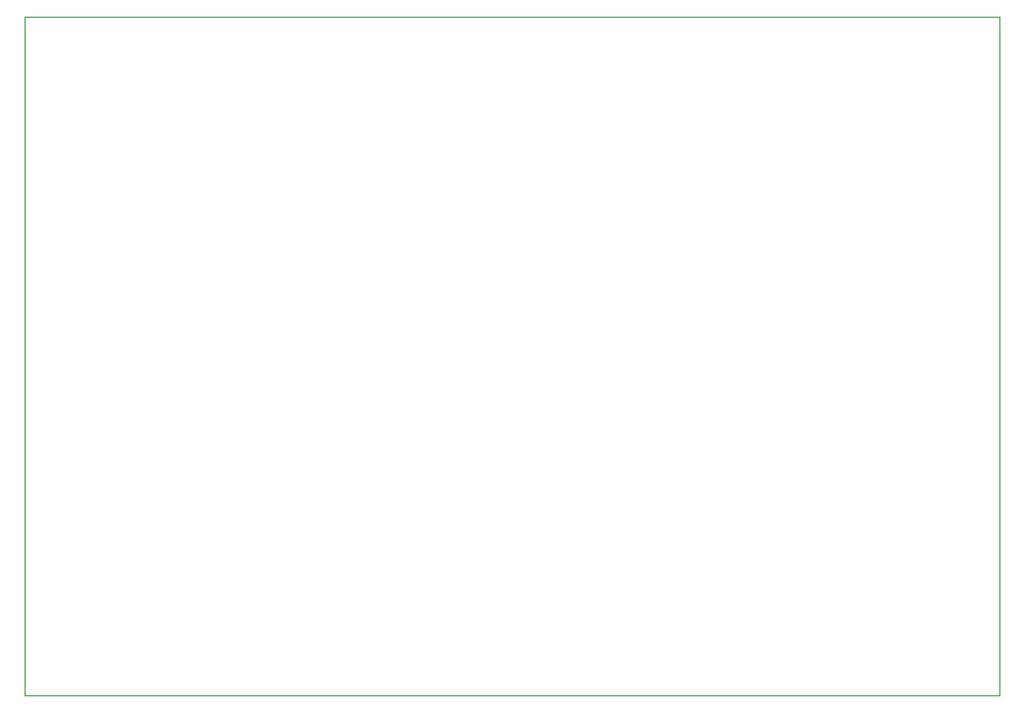
<source format=gbr>
%TF.GenerationSoftware,KiCad,Pcbnew,8.0.8*%
%TF.CreationDate,2025-03-04T22:32:40-05:00*%
%TF.ProjectId,PCBboya,50434262-6f79-4612-9e6b-696361645f70,rev?*%
%TF.SameCoordinates,Original*%
%TF.FileFunction,Profile,NP*%
%FSLAX46Y46*%
G04 Gerber Fmt 4.6, Leading zero omitted, Abs format (unit mm)*
G04 Created by KiCad (PCBNEW 8.0.8) date 2025-03-04 22:32:40*
%MOMM*%
%LPD*%
G01*
G04 APERTURE LIST*
%TA.AperFunction,Profile*%
%ADD10C,0.050000*%
%TD*%
G04 APERTURE END LIST*
D10*
X100500000Y-66000000D02*
X184500000Y-66000000D01*
X184500000Y-124500000D01*
X100500000Y-124500000D01*
X100500000Y-66000000D01*
M02*

</source>
